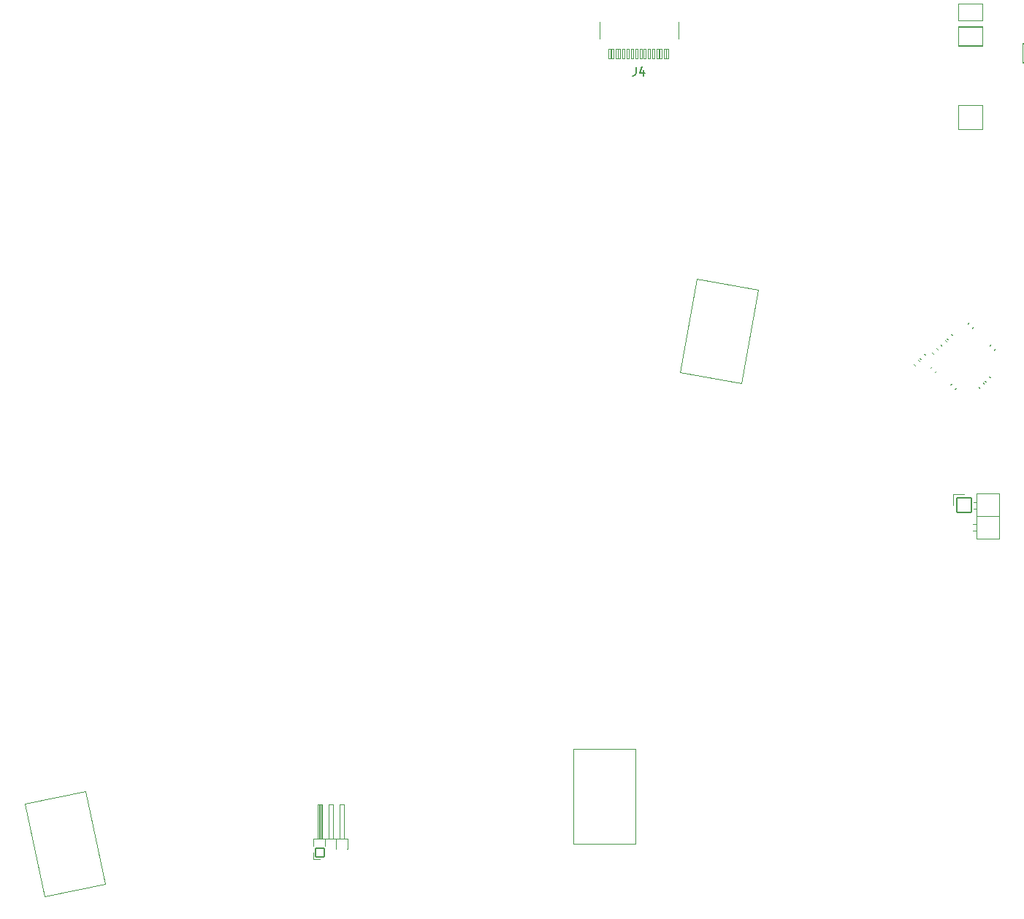
<source format=gto>
G04 #@! TF.GenerationSoftware,KiCad,Pcbnew,(6.0.10)*
G04 #@! TF.CreationDate,2023-01-02T23:24:36+01:00*
G04 #@! TF.ProjectId,arisu,61726973-752e-46b6-9963-61645f706362,1.1*
G04 #@! TF.SameCoordinates,Original*
G04 #@! TF.FileFunction,Legend,Top*
G04 #@! TF.FilePolarity,Positive*
%FSLAX46Y46*%
G04 Gerber Fmt 4.6, Leading zero omitted, Abs format (unit mm)*
G04 Created by KiCad (PCBNEW (6.0.10)) date 2023-01-02 23:24:36*
%MOMM*%
%LPD*%
G01*
G04 APERTURE LIST*
G04 Aperture macros list*
%AMRoundRect*
0 Rectangle with rounded corners*
0 $1 Rounding radius*
0 $2 $3 $4 $5 $6 $7 $8 $9 X,Y pos of 4 corners*
0 Add a 4 corners polygon primitive as box body*
4,1,4,$2,$3,$4,$5,$6,$7,$8,$9,$2,$3,0*
0 Add four circle primitives for the rounded corners*
1,1,$1+$1,$2,$3*
1,1,$1+$1,$4,$5*
1,1,$1+$1,$6,$7*
1,1,$1+$1,$8,$9*
0 Add four rect primitives between the rounded corners*
20,1,$1+$1,$2,$3,$4,$5,0*
20,1,$1+$1,$4,$5,$6,$7,0*
20,1,$1+$1,$6,$7,$8,$9,0*
20,1,$1+$1,$8,$9,$2,$3,0*%
G04 Aperture macros list end*
%ADD10C,0.150000*%
%ADD11C,0.120000*%
%ADD12C,4.102000*%
%ADD13C,3.102000*%
%ADD14C,0.902000*%
%ADD15RoundRect,0.191000X-0.219203X-0.021213X-0.021213X-0.219203X0.219203X0.021213X0.021213X0.219203X0*%
%ADD16C,1.802000*%
%ADD17RoundRect,0.051000X-1.400000X1.000000X-1.400000X-1.000000X1.400000X-1.000000X1.400000X1.000000X0*%
%ADD18RoundRect,0.051000X-1.400000X1.400000X-1.400000X-1.400000X1.400000X-1.400000X1.400000X1.400000X0*%
%ADD19RoundRect,0.051000X-1.400000X1.100000X-1.400000X-1.100000X1.400000X-1.100000X1.400000X1.100000X0*%
%ADD20RoundRect,0.191000X0.219203X0.021213X0.021213X0.219203X-0.219203X-0.021213X-0.021213X-0.219203X0*%
%ADD21RoundRect,0.051000X0.500000X-0.500000X0.500000X0.500000X-0.500000X0.500000X-0.500000X-0.500000X0*%
%ADD22O,1.102000X1.102000*%
%ADD23RoundRect,0.191000X0.021213X-0.219203X0.219203X-0.021213X-0.021213X0.219203X-0.219203X0.021213X0*%
%ADD24C,0.752000*%
%ADD25RoundRect,0.051000X0.150000X0.575000X-0.150000X0.575000X-0.150000X-0.575000X0.150000X-0.575000X0*%
%ADD26O,1.102000X1.702000*%
%ADD27O,1.102000X2.202000*%
%ADD28RoundRect,0.191000X-0.021213X0.219203X-0.219203X0.021213X0.021213X-0.219203X0.219203X-0.021213X0*%
%ADD29RoundRect,0.051000X-0.850000X-0.850000X0.850000X-0.850000X0.850000X0.850000X-0.850000X0.850000X0*%
%ADD30O,1.802000X1.802000*%
%ADD31C,0.702000*%
G04 APERTURE END LIST*
D10*
X380666666Y-22922401D02*
X380666666Y-23636687D01*
X380619047Y-23779544D01*
X380523809Y-23874782D01*
X380380952Y-23922401D01*
X380285714Y-23922401D01*
X381571428Y-23255735D02*
X381571428Y-23922401D01*
X381333333Y-22874782D02*
X381095238Y-23589068D01*
X381714285Y-23589068D01*
D11*
X416669190Y-54378307D02*
X416821693Y-54530810D01*
X417178307Y-53869190D02*
X417330810Y-54021693D01*
X385799627Y-58291309D02*
X387709757Y-47458424D01*
X387709757Y-47458424D02*
X394800373Y-48708691D01*
X394800373Y-48708691D02*
X392890243Y-59541576D01*
X392890243Y-59541576D02*
X385799627Y-58291309D01*
X421225854Y-59452131D02*
X421073351Y-59299628D01*
X421734971Y-58943014D02*
X421582468Y-58790511D01*
X413378307Y-56869190D02*
X413530810Y-57021693D01*
X412869190Y-57378307D02*
X413021693Y-57530810D01*
X344160000Y-112440000D02*
X344160000Y-108440000D01*
X343305000Y-112440000D02*
X347235000Y-112440000D01*
X344000000Y-114760000D02*
X343240000Y-114760000D01*
X345905000Y-113560000D02*
X345905000Y-112440000D01*
X344040000Y-112440000D02*
X344040000Y-108440000D01*
X347235000Y-113560000D02*
X347159677Y-113560000D01*
X345010000Y-112440000D02*
X345010000Y-108440000D01*
X343305000Y-113240000D02*
X343305000Y-112440000D01*
X346280000Y-112440000D02*
X346280000Y-108440000D01*
X344260000Y-108440000D02*
X344260000Y-112440000D01*
X344635000Y-113240000D02*
X344635000Y-112440000D01*
X347235000Y-112440000D02*
X347235000Y-113560000D01*
X345530000Y-108440000D02*
X345530000Y-112440000D01*
X343920000Y-112440000D02*
X343920000Y-108440000D01*
X343740000Y-108440000D02*
X344260000Y-108440000D01*
X346280000Y-108440000D02*
X346800000Y-108440000D01*
X345889677Y-113560000D02*
X345920323Y-113560000D01*
X345010000Y-108440000D02*
X345530000Y-108440000D01*
X343240000Y-114760000D02*
X343240000Y-114000000D01*
X343800000Y-112440000D02*
X343800000Y-108440000D01*
X343740000Y-112440000D02*
X343740000Y-108440000D01*
X346800000Y-108440000D02*
X346800000Y-112440000D01*
X413569190Y-56678307D02*
X413721693Y-56830810D01*
X414078307Y-56169190D02*
X414230810Y-56321693D01*
X415359929Y-58320762D02*
X415512432Y-58168259D01*
X414850812Y-57811645D02*
X415003315Y-57659142D01*
X416481744Y-54578519D02*
X416634247Y-54731022D01*
X415972627Y-55087636D02*
X416125130Y-55240139D01*
X312122183Y-119128294D02*
X309835154Y-108368670D01*
X309835154Y-108368670D02*
X316877817Y-106871706D01*
X316877817Y-106871706D02*
X319164846Y-117631330D01*
X319164846Y-117631330D02*
X312122183Y-119128294D01*
X376420000Y-17685021D02*
X376420000Y-19605021D01*
X385580000Y-19605021D02*
X385580000Y-17685021D01*
X417113555Y-59791542D02*
X417266058Y-59639039D01*
X417622672Y-60300659D02*
X417775175Y-60148156D01*
X419755073Y-53077088D02*
X419602570Y-53229591D01*
X419245956Y-52567971D02*
X419093453Y-52720474D01*
X420518749Y-60159237D02*
X420366246Y-60006734D01*
X421027866Y-59650120D02*
X420875363Y-59497617D01*
X420129999Y-77595001D02*
X422789999Y-77595001D01*
X419732928Y-75885001D02*
X420129999Y-75885001D01*
X417419999Y-72455001D02*
X418689999Y-72455001D01*
X422789999Y-77595001D02*
X422789999Y-72395001D01*
X417419999Y-73725001D02*
X417419999Y-72455001D01*
X419799999Y-73345001D02*
X420129999Y-73345001D01*
X422789999Y-72395001D02*
X420129999Y-72395001D01*
X420129999Y-74995001D02*
X422789999Y-74995001D01*
X420129999Y-72395001D02*
X420129999Y-77595001D01*
X419732928Y-76645001D02*
X420129999Y-76645001D01*
X419799999Y-74105001D02*
X420129999Y-74105001D01*
X415501350Y-55537819D02*
X415653853Y-55690322D01*
X414992233Y-56046936D02*
X415144736Y-56199439D01*
X421791540Y-55113557D02*
X421639037Y-55266060D01*
X422300657Y-55622674D02*
X422148154Y-55775177D01*
X373400000Y-113000000D02*
X380600000Y-113000000D01*
X380600000Y-113000000D02*
X380600000Y-102000000D01*
X380600000Y-102000000D02*
X373400000Y-102000000D01*
X373400000Y-102000000D02*
X373400000Y-113000000D01*
%LPC*%
D12*
X318842515Y-92551695D03*
D13*
X314587677Y-90859344D03*
X320270819Y-87054609D03*
D14*
X323026835Y-85783832D03*
X324509409Y-86746627D03*
X324249519Y-85523942D03*
X323286724Y-87006516D03*
X311824195Y-91998804D03*
X310601511Y-92258693D03*
X311564306Y-90776119D03*
X310341621Y-91036009D03*
D13*
X265438241Y-42879578D03*
X271121383Y-39074843D03*
D12*
X269693079Y-44571929D03*
D14*
X275359973Y-38766861D03*
X274137288Y-39026750D03*
X273877399Y-37804066D03*
X275100083Y-37544176D03*
X261192185Y-43056243D03*
X262414870Y-42796353D03*
X261452075Y-44278927D03*
X262674759Y-44019038D03*
D12*
X288326790Y-40611208D03*
D13*
X289755094Y-35114122D03*
X284071952Y-38918857D03*
D14*
X292770999Y-35066029D03*
X293733794Y-33583455D03*
X292511110Y-33843345D03*
X293993684Y-34806140D03*
X279825896Y-39095522D03*
X280085786Y-40318206D03*
X281308470Y-40058317D03*
X281048581Y-38835632D03*
D13*
X287334846Y-77176509D03*
X293017988Y-73371774D03*
D12*
X291589684Y-78868860D03*
D14*
X295774004Y-72100997D03*
X296033893Y-73323681D03*
X297256578Y-73063792D03*
X296996688Y-71841107D03*
X284571364Y-78315969D03*
X283088790Y-77353174D03*
X283348680Y-78575858D03*
X284311475Y-77093284D03*
D13*
X370944213Y-62990001D03*
X364594213Y-65530001D03*
D12*
X368404213Y-68070001D03*
D14*
X375154213Y-63570001D03*
X375154213Y-62320001D03*
X373904213Y-63570001D03*
X373904213Y-62320001D03*
X361654213Y-66070001D03*
X361654213Y-64820001D03*
X360404213Y-64820001D03*
X360404213Y-66070001D03*
D12*
X281575093Y-100473129D03*
D13*
X283003397Y-94976043D03*
X277320255Y-98780778D03*
D14*
X287241987Y-94668061D03*
X286019302Y-94927950D03*
X285759413Y-93705266D03*
X286982097Y-93445376D03*
X273334089Y-100180127D03*
X273074199Y-98957443D03*
X274556773Y-99920238D03*
X274296884Y-98697553D03*
D12*
X359364216Y-49020000D03*
D13*
X361904216Y-43940000D03*
X355554216Y-46480000D03*
D14*
X366114216Y-43270000D03*
X364864216Y-44520000D03*
X366114216Y-44520000D03*
X364864216Y-43270000D03*
X351364216Y-45770000D03*
X352614216Y-47020000D03*
X352614216Y-45770000D03*
X351364216Y-47020000D03*
D12*
X345674213Y-28469616D03*
D13*
X341864213Y-25929616D03*
X348214213Y-23389616D03*
D14*
X352424213Y-23969616D03*
X352424213Y-22719616D03*
X351174213Y-23969616D03*
X351174213Y-22719616D03*
X337674213Y-26469616D03*
X337674213Y-25219616D03*
X338924213Y-26469616D03*
X338924213Y-25219616D03*
D13*
X311651698Y-69411057D03*
X305968556Y-73215792D03*
D12*
X310223394Y-74908143D03*
D14*
X315630398Y-67880390D03*
X315890288Y-69103075D03*
X314667603Y-69362964D03*
X314407714Y-68140280D03*
X303205074Y-74355252D03*
X301982390Y-74615141D03*
X302945185Y-73132567D03*
X301722500Y-73392457D03*
D13*
X355069232Y-84580000D03*
X361419232Y-82040000D03*
D12*
X358879232Y-87120000D03*
D14*
X364379232Y-82620000D03*
X365629232Y-81370000D03*
X364379232Y-81370000D03*
X365629232Y-82620000D03*
X352129232Y-83870000D03*
X350879232Y-85120000D03*
X350879232Y-83870000D03*
X352129232Y-85120000D03*
D13*
X260082012Y-63493674D03*
D12*
X264336850Y-65186025D03*
D13*
X265765154Y-59688939D03*
D14*
X268781059Y-59640846D03*
X270003744Y-59380957D03*
X269743854Y-58158272D03*
X268521170Y-58418162D03*
X257058641Y-63410449D03*
X256095846Y-64893023D03*
X255835956Y-63670339D03*
X257318530Y-64633134D03*
D13*
X333548418Y-103707941D03*
D12*
X332120114Y-109205027D03*
D13*
X327865276Y-107512676D03*
D14*
X337787008Y-103399959D03*
X337527118Y-102177274D03*
X336304434Y-102437164D03*
X336564323Y-103659848D03*
X325101794Y-108652136D03*
X324841905Y-107429451D03*
X323619220Y-107689341D03*
X323879110Y-108912025D03*
D13*
X321666291Y-47806788D03*
D12*
X320237987Y-53303874D03*
D13*
X315983149Y-51611523D03*
D14*
X324422307Y-46536011D03*
X325644991Y-46276121D03*
X325904881Y-47498806D03*
X324682196Y-47758695D03*
X313219667Y-52750983D03*
X311737093Y-51788188D03*
X312959778Y-51528298D03*
X311996983Y-53010872D03*
D12*
X349354213Y-68070002D03*
D13*
X351894213Y-62990002D03*
X345544213Y-65530002D03*
D14*
X356104213Y-62320002D03*
X354854213Y-62320002D03*
X356104213Y-63570002D03*
X354854213Y-63570002D03*
X342604213Y-66070002D03*
X342604213Y-64820002D03*
X341354213Y-64820002D03*
X341354213Y-66070002D03*
D13*
X284398866Y-55728220D03*
X278715724Y-59532955D03*
D12*
X282970562Y-61225306D03*
D14*
X287154882Y-54457443D03*
X288377566Y-54197553D03*
X287414771Y-55680127D03*
X288637456Y-55420238D03*
X274729558Y-60932304D03*
X274469668Y-59709620D03*
X275692353Y-59449730D03*
X275952242Y-60672415D03*
D13*
X340300002Y-43846069D03*
D12*
X338871698Y-49343155D03*
D13*
X334616860Y-47650804D03*
D14*
X343056018Y-42575292D03*
X343315907Y-43797976D03*
X344278702Y-42315402D03*
X344538592Y-43538087D03*
X331853378Y-48790264D03*
X331593489Y-47567579D03*
X330630694Y-49050153D03*
X330370804Y-47827469D03*
D12*
X325594212Y-32689775D03*
D13*
X327022516Y-27192689D03*
X321339374Y-30997424D03*
D14*
X331001216Y-25662022D03*
X329778532Y-25921912D03*
X331261106Y-26884707D03*
X330038421Y-27144596D03*
X317353208Y-32396773D03*
X318316003Y-30914199D03*
X317093318Y-31174089D03*
X318575892Y-32136884D03*
D12*
X337476226Y-88590979D03*
D13*
X333221388Y-86898628D03*
X338904530Y-83093893D03*
D14*
X342883230Y-81563226D03*
X341920435Y-83045800D03*
X341660546Y-81823116D03*
X343143120Y-82785911D03*
X330457906Y-88038088D03*
X328975332Y-87075293D03*
X330198017Y-86815403D03*
X329235222Y-88297977D03*
D12*
X328857108Y-70947425D03*
D13*
X330285412Y-65450339D03*
X324602270Y-69255074D03*
D14*
X334264112Y-63919672D03*
X334524002Y-65142357D03*
X333041428Y-64179562D03*
X333301317Y-65402246D03*
X320616104Y-70654423D03*
X321578899Y-69171849D03*
X320356214Y-69431739D03*
X321838788Y-70394534D03*
D12*
X306960502Y-36650493D03*
D13*
X302705664Y-34958142D03*
X308388806Y-31153407D03*
D14*
X311144822Y-29882630D03*
X312627396Y-30845425D03*
X312367506Y-29622740D03*
X311404711Y-31105314D03*
X298719498Y-36357491D03*
X298459608Y-35134807D03*
X299682293Y-34874917D03*
X299942182Y-36097602D03*
D13*
X303032578Y-51767506D03*
D12*
X301604274Y-57264592D03*
D13*
X297349436Y-55572241D03*
D14*
X305788594Y-50496729D03*
X307271168Y-51459524D03*
X306048483Y-51719413D03*
X307011278Y-50236839D03*
X293363270Y-56971590D03*
X294585954Y-56711701D03*
X293103380Y-55748906D03*
X294326065Y-55489016D03*
D13*
X274384275Y-77332489D03*
X268701133Y-81137224D03*
D12*
X272955971Y-82829575D03*
D14*
X278362975Y-75801822D03*
X277140291Y-76061712D03*
X278622865Y-77024507D03*
X277400180Y-77284396D03*
X264455077Y-81313889D03*
X265937651Y-82276684D03*
X264714967Y-82536573D03*
X265677762Y-81053999D03*
D13*
X295953967Y-94820062D03*
D12*
X300208805Y-96512413D03*
D13*
X301637109Y-91015327D03*
D14*
X305615809Y-89484660D03*
X304393125Y-89744550D03*
X304653014Y-90967234D03*
X305875699Y-90707345D03*
X293190485Y-95959522D03*
X291707911Y-94996727D03*
X291967801Y-96219411D03*
X292930596Y-94736837D03*
D13*
X380954215Y-43940000D03*
D12*
X378414215Y-49020000D03*
D13*
X374604215Y-46480000D03*
D14*
X383914215Y-43270000D03*
X385164215Y-44520000D03*
X383914215Y-44520000D03*
X385164215Y-43270000D03*
X371664215Y-47020000D03*
X370414215Y-47020000D03*
X371664215Y-45770000D03*
X370414215Y-45770000D03*
D13*
X401900464Y-62990003D03*
X395550464Y-65530003D03*
D12*
X399360464Y-68070003D03*
D14*
X404860464Y-62320003D03*
X404860464Y-63570003D03*
X406110464Y-62320003D03*
X406110464Y-63570003D03*
X391360464Y-64820003D03*
X391360464Y-66070003D03*
X392610464Y-66070003D03*
X392610464Y-64820003D03*
D12*
X402234214Y-49020001D03*
D13*
X398424214Y-46480001D03*
X404774214Y-43940001D03*
D14*
X408984214Y-44520001D03*
X407734214Y-43270001D03*
X407734214Y-44520001D03*
X408984214Y-43270001D03*
X394234214Y-47020001D03*
X394234214Y-45770001D03*
X395484214Y-45770001D03*
X395484214Y-47020001D03*
D13*
X360914212Y-27430003D03*
X367264212Y-24890003D03*
D12*
X364724212Y-29970003D03*
D14*
X370224212Y-25470003D03*
X371474212Y-24220003D03*
X371474212Y-25470003D03*
X370224212Y-24220003D03*
X357974212Y-26720003D03*
X356724212Y-27970003D03*
X356724212Y-26720003D03*
X357974212Y-27970003D03*
D12*
X292523479Y-117621540D03*
D13*
X288268641Y-115929189D03*
X293951783Y-112124454D03*
D14*
X298190373Y-111816472D03*
X296707799Y-110853677D03*
X296967688Y-112076361D03*
X297930483Y-110593787D03*
X285505159Y-117068649D03*
X285245270Y-115845964D03*
X284282475Y-117328538D03*
X284022585Y-116105854D03*
D15*
X416660589Y-53860589D03*
X417339411Y-54539411D03*
D13*
X394756732Y-101090000D03*
X388406732Y-103630000D03*
D12*
X392216732Y-106170000D03*
D14*
X398966732Y-100420000D03*
X398966732Y-101670000D03*
X397716732Y-101670000D03*
X397716732Y-100420000D03*
X385466732Y-104170000D03*
X385466732Y-102920000D03*
X384216732Y-102920000D03*
X384216732Y-104170000D03*
D16*
X423200000Y-27500000D03*
X423200000Y-20500000D03*
D17*
X419500000Y-16600000D03*
D18*
X419500000Y-28800000D03*
D19*
X426900000Y-21300000D03*
X419500000Y-19400000D03*
D20*
X421743572Y-59460732D03*
X421064750Y-58781910D03*
D13*
X418569231Y-82039999D03*
D12*
X416029231Y-87119999D03*
D13*
X412219231Y-84579999D03*
D14*
X421529231Y-82619999D03*
X422779231Y-82619999D03*
X421529231Y-81369999D03*
X422779231Y-81369999D03*
X408029231Y-85119999D03*
X408029231Y-83869999D03*
X409279231Y-85119999D03*
X409279231Y-83869999D03*
D13*
X412219231Y-103630000D03*
D12*
X416029231Y-106170000D03*
D13*
X418569231Y-101090000D03*
D14*
X422779231Y-101670000D03*
X422779231Y-100420000D03*
X421529231Y-100420000D03*
X421529231Y-101670000D03*
X408029231Y-102920000D03*
X409279231Y-104170000D03*
X409279231Y-102920000D03*
X408029231Y-104170000D03*
D15*
X412860589Y-56860589D03*
X413539411Y-57539411D03*
D21*
X344000000Y-114000000D03*
D22*
X345270000Y-114000000D03*
X346540000Y-114000000D03*
D15*
X413560589Y-56160589D03*
X414239411Y-56839411D03*
D23*
X414842211Y-58329363D03*
X415521033Y-57650541D03*
D15*
X415964026Y-54569918D03*
X416642848Y-55248740D03*
D24*
X378110000Y-20360021D03*
X383890000Y-20360021D03*
D25*
X384350000Y-21425021D03*
X383550000Y-21425021D03*
X382250000Y-21425021D03*
X381250000Y-21425021D03*
X380750000Y-21425021D03*
X379750000Y-21425021D03*
X378450000Y-21425021D03*
X377650000Y-21425021D03*
X377950000Y-21425021D03*
X378750000Y-21425021D03*
X379250000Y-21425021D03*
X380250000Y-21425021D03*
X381750000Y-21425021D03*
X382750000Y-21425021D03*
X383250000Y-21425021D03*
X384050000Y-21425021D03*
D26*
X376680000Y-16680021D03*
D27*
X376680000Y-20860021D03*
X385320000Y-20860021D03*
D26*
X385320000Y-16680021D03*
D12*
X393299213Y-29970001D03*
D13*
X395839213Y-24890001D03*
X389489213Y-27430001D03*
D14*
X398799213Y-24220001D03*
X400049213Y-25470001D03*
X398799213Y-25470001D03*
X400049213Y-24220001D03*
X386549213Y-26720001D03*
X386549213Y-27970001D03*
X385299213Y-27970001D03*
X385299213Y-26720001D03*
D12*
X387454234Y-87119999D03*
D13*
X389994234Y-82039999D03*
X383644234Y-84579999D03*
D14*
X394204234Y-82619999D03*
X392954234Y-81369999D03*
X392954234Y-82619999D03*
X394204234Y-81369999D03*
X380704234Y-83869999D03*
X379454234Y-83869999D03*
X380704234Y-85119999D03*
X379454234Y-85119999D03*
D23*
X417104954Y-60309260D03*
X417783776Y-59630438D03*
D28*
X419763674Y-52559370D03*
X419084852Y-53238192D03*
D20*
X421036467Y-60167838D03*
X420357645Y-59489016D03*
D13*
X366181733Y-101090001D03*
X359831733Y-103630001D03*
D12*
X363641733Y-106170001D03*
D14*
X369141733Y-100420001D03*
X370391733Y-100420001D03*
X370391733Y-101670001D03*
X369141733Y-101670001D03*
X356891733Y-104170001D03*
X355641733Y-102920001D03*
X355641733Y-104170001D03*
X356891733Y-102920001D03*
D29*
X418689999Y-73725001D03*
D30*
X418689999Y-76265001D03*
D15*
X414983632Y-55529218D03*
X415662454Y-56208040D03*
D28*
X422309258Y-55104956D03*
X421630436Y-55783778D03*
D31*
X420803122Y-57000000D03*
X417196878Y-57000000D03*
X419901561Y-56098439D03*
X419901561Y-57901561D03*
X418098439Y-57901561D03*
X419000000Y-55196878D03*
X418098439Y-56098439D03*
X419000000Y-57000000D03*
X419000000Y-58803122D03*
M02*

</source>
